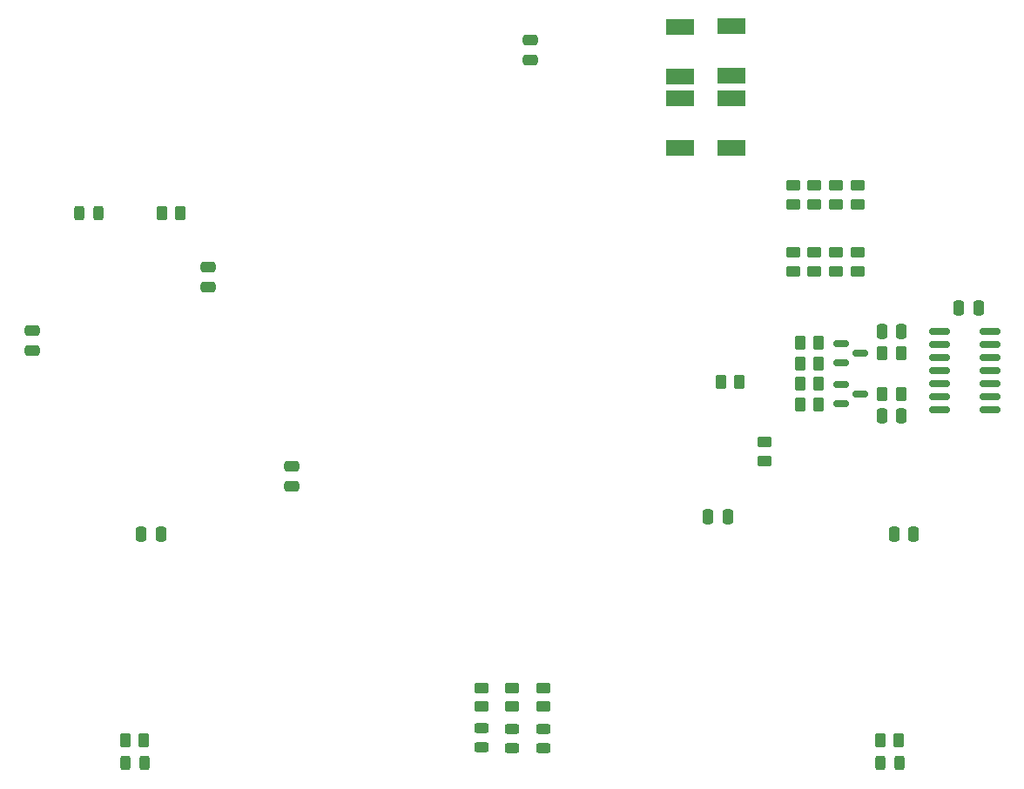
<source format=gbr>
%TF.GenerationSoftware,KiCad,Pcbnew,6.0.5+dfsg-1*%
%TF.CreationDate,2022-06-26T16:39:14+01:00*%
%TF.ProjectId,dcc-controller,6463632d-636f-46e7-9472-6f6c6c65722e,rev?*%
%TF.SameCoordinates,Original*%
%TF.FileFunction,Paste,Top*%
%TF.FilePolarity,Positive*%
%FSLAX46Y46*%
G04 Gerber Fmt 4.6, Leading zero omitted, Abs format (unit mm)*
G04 Created by KiCad (PCBNEW 6.0.5+dfsg-1) date 2022-06-26 16:39:14*
%MOMM*%
%LPD*%
G01*
G04 APERTURE LIST*
G04 Aperture macros list*
%AMRoundRect*
0 Rectangle with rounded corners*
0 $1 Rounding radius*
0 $2 $3 $4 $5 $6 $7 $8 $9 X,Y pos of 4 corners*
0 Add a 4 corners polygon primitive as box body*
4,1,4,$2,$3,$4,$5,$6,$7,$8,$9,$2,$3,0*
0 Add four circle primitives for the rounded corners*
1,1,$1+$1,$2,$3*
1,1,$1+$1,$4,$5*
1,1,$1+$1,$6,$7*
1,1,$1+$1,$8,$9*
0 Add four rect primitives between the rounded corners*
20,1,$1+$1,$2,$3,$4,$5,0*
20,1,$1+$1,$4,$5,$6,$7,0*
20,1,$1+$1,$6,$7,$8,$9,0*
20,1,$1+$1,$8,$9,$2,$3,0*%
G04 Aperture macros list end*
%ADD10RoundRect,0.250000X-0.262500X-0.450000X0.262500X-0.450000X0.262500X0.450000X-0.262500X0.450000X0*%
%ADD11RoundRect,0.250000X0.262500X0.450000X-0.262500X0.450000X-0.262500X-0.450000X0.262500X-0.450000X0*%
%ADD12RoundRect,0.243750X-0.243750X-0.456250X0.243750X-0.456250X0.243750X0.456250X-0.243750X0.456250X0*%
%ADD13RoundRect,0.243750X0.243750X0.456250X-0.243750X0.456250X-0.243750X-0.456250X0.243750X-0.456250X0*%
%ADD14RoundRect,0.250000X0.250000X0.475000X-0.250000X0.475000X-0.250000X-0.475000X0.250000X-0.475000X0*%
%ADD15RoundRect,0.150000X-0.587500X-0.150000X0.587500X-0.150000X0.587500X0.150000X-0.587500X0.150000X0*%
%ADD16RoundRect,0.250000X-0.450000X0.262500X-0.450000X-0.262500X0.450000X-0.262500X0.450000X0.262500X0*%
%ADD17RoundRect,0.250000X-0.250000X-0.475000X0.250000X-0.475000X0.250000X0.475000X-0.250000X0.475000X0*%
%ADD18RoundRect,0.250000X0.450000X-0.262500X0.450000X0.262500X-0.450000X0.262500X-0.450000X-0.262500X0*%
%ADD19R,2.700000X1.500000*%
%ADD20RoundRect,0.250000X0.475000X-0.250000X0.475000X0.250000X-0.475000X0.250000X-0.475000X-0.250000X0*%
%ADD21RoundRect,0.250000X-0.475000X0.250000X-0.475000X-0.250000X0.475000X-0.250000X0.475000X0.250000X0*%
%ADD22RoundRect,0.243750X0.456250X-0.243750X0.456250X0.243750X-0.456250X0.243750X-0.456250X-0.243750X0*%
%ADD23RoundRect,0.150000X-0.825000X-0.150000X0.825000X-0.150000X0.825000X0.150000X-0.825000X0.150000X0*%
G04 APERTURE END LIST*
D10*
%TO.C,R2*%
X189612500Y-127600000D03*
X187787500Y-127600000D03*
%TD*%
D11*
%TO.C,R1*%
X116212500Y-127600000D03*
X114387500Y-127600000D03*
%TD*%
D12*
%TO.C,D2*%
X187762500Y-129800000D03*
X189637500Y-129800000D03*
%TD*%
D13*
%TO.C,D1*%
X116237500Y-129800000D03*
X114362500Y-129800000D03*
%TD*%
D14*
%TO.C,C11*%
X189850000Y-96000000D03*
X187950000Y-96000000D03*
%TD*%
D15*
%TO.C,Q1*%
X183962500Y-92950000D03*
X183962500Y-94850000D03*
X185837500Y-93900000D03*
%TD*%
D16*
%TO.C,R5*%
X155000000Y-124312500D03*
X155000000Y-122487500D03*
%TD*%
D17*
%TO.C,C2*%
X189150000Y-107500000D03*
X191050000Y-107500000D03*
%TD*%
D18*
%TO.C,R27*%
X185600000Y-81912500D03*
X185600000Y-80087500D03*
%TD*%
D16*
%TO.C,R21*%
X176500000Y-98587500D03*
X176500000Y-100412500D03*
%TD*%
%TO.C,R22*%
X179300000Y-80087500D03*
X179300000Y-81912500D03*
%TD*%
%TO.C,R28*%
X183500000Y-73587500D03*
X183500000Y-75412500D03*
%TD*%
%TO.C,R25*%
X181400000Y-80087500D03*
X181400000Y-81912500D03*
%TD*%
D17*
%TO.C,C1*%
X117850000Y-107500000D03*
X115950000Y-107500000D03*
%TD*%
D19*
%TO.C,D11*%
X173300000Y-58100000D03*
X173300000Y-62900000D03*
%TD*%
D20*
%TO.C,C8*%
X153800000Y-61350000D03*
X153800000Y-59450000D03*
%TD*%
D10*
%TO.C,R13*%
X179987500Y-88900000D03*
X181812500Y-88900000D03*
%TD*%
D11*
%TO.C,R15*%
X189812500Y-89900000D03*
X187987500Y-89900000D03*
%TD*%
D14*
%TO.C,C4*%
X172950000Y-105800000D03*
X171050000Y-105800000D03*
%TD*%
D18*
%TO.C,R23*%
X179300000Y-75412500D03*
X179300000Y-73587500D03*
%TD*%
D21*
%TO.C,C9*%
X122400000Y-81550000D03*
X122400000Y-83450000D03*
%TD*%
D19*
%TO.C,D10*%
X168300000Y-65100000D03*
X168300000Y-69900000D03*
%TD*%
D11*
%TO.C,R14*%
X189812500Y-93900000D03*
X187987500Y-93900000D03*
%TD*%
D22*
%TO.C,D5*%
X155000000Y-126462500D03*
X155000000Y-128337500D03*
%TD*%
D10*
%TO.C,R12*%
X179987500Y-92900000D03*
X181812500Y-92900000D03*
%TD*%
D22*
%TO.C,D7*%
X152000000Y-126462500D03*
X152000000Y-128337500D03*
%TD*%
D16*
%TO.C,R26*%
X185600000Y-73587500D03*
X185600000Y-75412500D03*
%TD*%
D14*
%TO.C,C12*%
X189850000Y-87800000D03*
X187950000Y-87800000D03*
%TD*%
D21*
%TO.C,C6*%
X105300000Y-87750000D03*
X105300000Y-89650000D03*
%TD*%
D15*
%TO.C,Q2*%
X183962500Y-88950000D03*
X183962500Y-90850000D03*
X185837500Y-89900000D03*
%TD*%
D14*
%TO.C,C3*%
X195450000Y-85500000D03*
X197350000Y-85500000D03*
%TD*%
D21*
%TO.C,C13*%
X130600000Y-100950000D03*
X130600000Y-102850000D03*
%TD*%
D16*
%TO.C,R7*%
X152000000Y-124312500D03*
X152000000Y-122487500D03*
%TD*%
%TO.C,R6*%
X149000000Y-124312500D03*
X149000000Y-122487500D03*
%TD*%
D19*
%TO.C,D9*%
X168300000Y-58200000D03*
X168300000Y-63000000D03*
%TD*%
D10*
%TO.C,R10*%
X179987500Y-94900000D03*
X181812500Y-94900000D03*
%TD*%
D22*
%TO.C,D6*%
X149000000Y-126400000D03*
X149000000Y-128275000D03*
%TD*%
D16*
%TO.C,R29*%
X183500000Y-80087500D03*
X183500000Y-81912500D03*
%TD*%
D12*
%TO.C,D8*%
X109912500Y-76300000D03*
X111787500Y-76300000D03*
%TD*%
D18*
%TO.C,R24*%
X181400000Y-75412500D03*
X181400000Y-73587500D03*
%TD*%
D10*
%TO.C,R11*%
X179987500Y-90900000D03*
X181812500Y-90900000D03*
%TD*%
D11*
%TO.C,R8*%
X119762500Y-76300000D03*
X117937500Y-76300000D03*
%TD*%
D19*
%TO.C,D12*%
X173300000Y-65100000D03*
X173300000Y-69900000D03*
%TD*%
D10*
%TO.C,R20*%
X172287500Y-92700000D03*
X174112500Y-92700000D03*
%TD*%
D23*
%TO.C,U2*%
X198475000Y-87790000D03*
X198475000Y-89060000D03*
X198475000Y-90330000D03*
X198475000Y-91600000D03*
X198475000Y-92870000D03*
X198475000Y-94140000D03*
X198475000Y-95410000D03*
X193525000Y-95410000D03*
X193525000Y-94140000D03*
X193525000Y-92870000D03*
X193525000Y-91600000D03*
X193525000Y-90330000D03*
X193525000Y-89060000D03*
X193525000Y-87790000D03*
%TD*%
M02*

</source>
